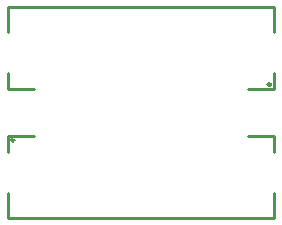
<source format=gbr>
%TF.GenerationSoftware,KiCad,Pcbnew,(5.1.12)-1*%
%TF.CreationDate,2022-01-29T13:47:59+00:00*%
%TF.ProjectId,RGBtoHDMI CDTV v2 - Mouse and Joystick Adapter - FFC Extender,52474274-6f48-4444-9d49-204344545620,rev?*%
%TF.SameCoordinates,Original*%
%TF.FileFunction,Legend,Top*%
%TF.FilePolarity,Positive*%
%FSLAX46Y46*%
G04 Gerber Fmt 4.6, Leading zero omitted, Abs format (unit mm)*
G04 Created by KiCad (PCBNEW (5.1.12)-1) date 2022-01-29 13:47:59*
%MOMM*%
%LPD*%
G01*
G04 APERTURE LIST*
%ADD10C,0.254000*%
G04 APERTURE END LIST*
D10*
%TO.C,FFC2*%
X169405800Y-68963000D02*
X169405800Y-67564000D01*
X169405800Y-67564000D02*
X167196800Y-67564000D01*
X169405800Y-74549000D02*
X169405800Y-72425000D01*
X146925800Y-74549000D02*
X169405800Y-74549000D01*
X146925800Y-67564000D02*
X149134800Y-67564000D01*
X146925800Y-72425000D02*
X146925800Y-74549000D01*
X146925800Y-67564000D02*
X146925800Y-68963000D01*
X147433800Y-67945000D02*
G75*
G03*
X147433800Y-67945000I-127000J0D01*
G01*
%TO.C,FFC1*%
X146929000Y-62228000D02*
X146929000Y-63627000D01*
X146929000Y-63627000D02*
X149138000Y-63627000D01*
X146929000Y-56642000D02*
X146929000Y-58766000D01*
X169409000Y-56642000D02*
X146929000Y-56642000D01*
X169409000Y-63627000D02*
X167200000Y-63627000D01*
X169409000Y-58766000D02*
X169409000Y-56642000D01*
X169409000Y-63627000D02*
X169409000Y-62228000D01*
X169155000Y-63246000D02*
G75*
G03*
X169155000Y-63246000I-127000J0D01*
G01*
%TD*%
M02*

</source>
